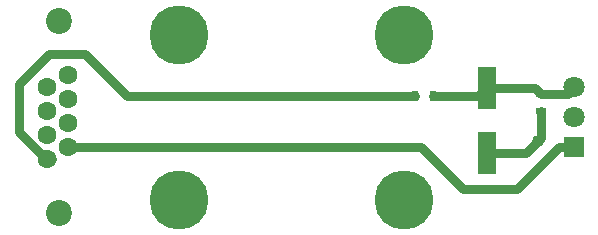
<source format=gbr>
G04 #@! TF.FileFunction,Copper,L1,Top,Signal*
%FSLAX46Y46*%
G04 Gerber Fmt 4.6, Leading zero omitted, Abs format (unit mm)*
G04 Created by KiCad (PCBNEW 4.0.7) date 01/10/18 16:29:44*
%MOMM*%
%LPD*%
G01*
G04 APERTURE LIST*
%ADD10C,0.150000*%
%ADD11R,0.900000X0.500000*%
%ADD12C,2.200000*%
%ADD13C,1.600000*%
%ADD14R,1.800000X1.800000*%
%ADD15C,1.800000*%
%ADD16R,1.600200X3.599200*%
%ADD17R,0.500000X0.900000*%
%ADD18C,5.000000*%
%ADD19C,1.016000*%
%ADD20C,0.762000*%
%ADD21C,0.508000*%
G04 APERTURE END LIST*
D10*
D11*
X82042000Y-43700000D03*
X82042000Y-45200000D03*
D12*
X41272000Y-37590000D03*
X41272000Y-53850000D03*
D13*
X40252000Y-45220000D03*
X40252000Y-47250000D03*
X42032000Y-44190000D03*
X42032000Y-46220000D03*
X42032000Y-42160000D03*
X40252000Y-43190000D03*
X42032000Y-48250000D03*
X40252000Y-49280000D03*
D14*
X84836000Y-48260000D03*
D15*
X84836000Y-45720000D03*
X84836000Y-43180000D03*
D16*
X77470000Y-43223200D03*
X77470000Y-48724800D03*
D17*
X71386000Y-43942000D03*
X72886000Y-43942000D03*
D18*
X51435000Y-38735000D03*
X51435000Y-52705000D03*
X70485000Y-38735000D03*
X70485000Y-52705000D03*
D19*
X81788000Y-47752000D03*
D20*
X77470000Y-48724800D02*
X80815200Y-48724800D01*
X82042000Y-47498000D02*
X81788000Y-47752000D01*
X82042000Y-47498000D02*
X82042000Y-45200000D01*
X80815200Y-48724800D02*
X81788000Y-47752000D01*
X42032000Y-48250000D02*
X71872000Y-48250000D01*
X83566000Y-48260000D02*
X84836000Y-48260000D01*
X80010000Y-51816000D02*
X83566000Y-48260000D01*
X75438000Y-51816000D02*
X80010000Y-51816000D01*
X71872000Y-48250000D02*
X75438000Y-51816000D01*
D21*
X84836000Y-48260000D02*
X84582000Y-48260000D01*
D20*
X40252000Y-49280000D02*
X40136000Y-49280000D01*
X40136000Y-49280000D02*
X37846000Y-46990000D01*
X46990000Y-43942000D02*
X71386000Y-43942000D01*
X43434000Y-40386000D02*
X46990000Y-43942000D01*
X40386000Y-40386000D02*
X43434000Y-40386000D01*
X37846000Y-42926000D02*
X40386000Y-40386000D01*
X37846000Y-46990000D02*
X37846000Y-42926000D01*
X40252000Y-49280000D02*
X40644000Y-49280000D01*
X82042000Y-43700000D02*
X84316000Y-43700000D01*
X84316000Y-43700000D02*
X84836000Y-43180000D01*
X77470000Y-43223200D02*
X81565200Y-43223200D01*
X81565200Y-43223200D02*
X82042000Y-43700000D01*
X72886000Y-43942000D02*
X76751200Y-43942000D01*
X76751200Y-43942000D02*
X77470000Y-43223200D01*
M02*

</source>
